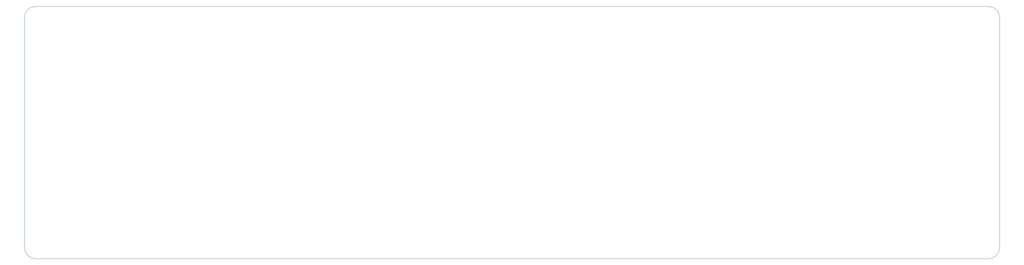
<source format=gbr>
%TF.GenerationSoftware,KiCad,Pcbnew,9.0.1*%
%TF.CreationDate,2025-09-01T21:50:29+02:00*%
%TF.ProjectId,my_mg10,6d795f6d-6731-4302-9e6b-696361645f70,rev?*%
%TF.SameCoordinates,Original*%
%TF.FileFunction,Profile,NP*%
%FSLAX46Y46*%
G04 Gerber Fmt 4.6, Leading zero omitted, Abs format (unit mm)*
G04 Created by KiCad (PCBNEW 9.0.1) date 2025-09-01 21:50:29*
%MOMM*%
%LPD*%
G01*
G04 APERTURE LIST*
%TA.AperFunction,Profile*%
%ADD10C,0.050000*%
%TD*%
G04 APERTURE END LIST*
D10*
X280500000Y-128500000D02*
X16500000Y-128500000D01*
X13500000Y-125500000D02*
X13500000Y-61500000D01*
X283500000Y-61500000D02*
X283500000Y-125500000D01*
X283500000Y-125500000D02*
G75*
G02*
X280500000Y-128500000I-3000000J0D01*
G01*
X280500000Y-58500000D02*
G75*
G02*
X283500000Y-61500000I0J-3000000D01*
G01*
X16500000Y-128500000D02*
G75*
G02*
X13500000Y-125500000I0J3000000D01*
G01*
X16500000Y-58500000D02*
X280500000Y-58500000D01*
X13500000Y-61500000D02*
G75*
G02*
X16500000Y-58500000I3000000J0D01*
G01*
M02*

</source>
